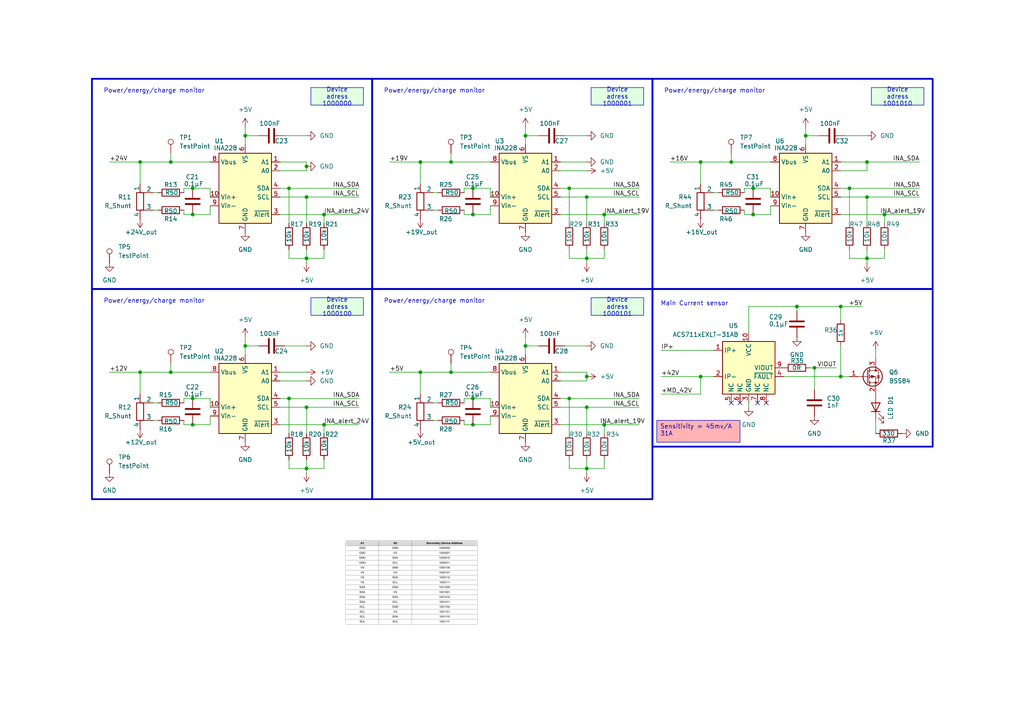
<source format=kicad_sch>
(kicad_sch (version 20231120) (generator "eeschema") (generator_version "8.0")
  (paper "A4")
  (title_block (title "Sheet Title A") (company "${COMPANY}"))
  (lib_symbols
    (symbol "Connector:TestPoint" (pin_numbers hide) (pin_names (offset 0.762) hide)
      (property "Reference" "TP" (at 0 6.858 0))
      (property "Value" "TestPoint" (at 0 5.08 0))
      (symbol "TestPoint_0_1"
        (circle (center 0 3.302) (radius 0.762))
      )
      (symbol "TestPoint_1_1"
        (pin passive line (at 0 0 90) (length 2.54) (name "1") (number "1"))
      )
    )
    (symbol "Device:C" (pin_numbers hide) (pin_names (offset 0.254))
      (property "Reference" "C" (at 0.635 2.54 0))
      (property "Value" "C" (at 0.635 -2.54 0))
      (symbol "C_0_1"
        (polyline (pts (xy -2.032 -0.762) (xy 2.032 -0.762)) (stroke (width 0.508)))
        (polyline (pts (xy -2.032 0.762) (xy 2.032 0.762)) (stroke (width 0.508)))
      )
      (symbol "C_1_1"
        (pin passive line (at 0 3.81 270) (length 2.794) (name "~") (number "1"))
        (pin passive line (at 0 -3.81 90) (length 2.794) (name "~") (number "2"))
      )
    )
    (symbol "Device:LED" (pin_numbers hide) (pin_names (offset 1.016) hide)
      (property "Reference" "D" (at 0 2.54 0))
      (property "Value" "LED" (at 0 -2.54 0))
      (symbol "LED_0_1"
        (polyline (pts (xy -1.27 -1.27) (xy -1.27 1.27)) (stroke (width 0.254)))
        (polyline (pts (xy -1.27 0) (xy 1.27 0)))
        (polyline (pts (xy 1.27 -1.27) (xy 1.27 1.27) (xy -1.27 0) (xy 1.27 -1.27)) (stroke (width 0.254)))
        (polyline (pts (xy -3.048 -0.762) (xy -4.572 -2.286) (xy -3.81 -2.286) (xy -4.572 -2.286) (xy -4.572 -1.524)))
        (polyline (pts (xy -1.778 -0.762) (xy -3.302 -2.286) (xy -2.54 -2.286) (xy -3.302 -2.286) (xy -3.302 -1.524)))
      )
      (symbol "LED_1_1"
        (pin passive line (at -3.81 0 0) (length 2.54) (name "K") (number "1"))
        (pin passive line (at 3.81 0 180) (length 2.54) (name "A") (number "2"))
      )
    )
    (symbol "Device:R" (pin_numbers hide) (pin_names (offset 0))
      (property "Reference" "R" (at 2.032 0 90))
      (property "Value" "R" (at 0 0 90))
      (symbol "R_0_1"
        (rectangle (start -1.016 -2.54) (end 1.016 2.54) (stroke (width 0.254)))
      )
      (symbol "R_1_1"
        (pin passive line (at 0 3.81 270) (length 1.27) (name "~") (number "1"))
        (pin passive line (at 0 -3.81 90) (length 1.27) (name "~") (number "2"))
      )
    )
    (symbol "Device:R_Shunt" (pin_numbers hide) (pin_names (offset 0))
      (property "Reference" "R" (at -4.445 0 90))
      (property "Value" "R_Shunt" (at -2.54 0 90))
      (symbol "R_Shunt_0_1"
        (rectangle (start -1.016 -2.54) (end 1.016 2.54) (stroke (width 0.254)))
        (polyline (pts (xy 0 -2.54) (xy 1.27 -2.54)))
        (polyline (pts (xy 1.27 2.54) (xy 0 2.54)))
      )
      (symbol "R_Shunt_1_1"
        (pin passive line (at 0 5.08 270) (length 2.54) (name "1") (number "1"))
        (pin passive line (at 3.81 2.54 180) (length 2.54) (name "2") (number "2"))
        (pin passive line (at 3.81 -2.54 180) (length 2.54) (name "3") (number "3"))
        (pin passive line (at 0 -5.08 90) (length 2.54) (name "4") (number "4"))
      )
    )
    (symbol "Sensor_Current:ACS711xEXLT-31AB"
      (property "Reference" "U" (at 8.89 6.35 0))
      (property "Value" "ACS711xEXLT-31AB" (at 8.89 3.81 0))
      (symbol "ACS711xEXLT-31AB_0_1"
        (rectangle (start -7.62 7.62) (end 7.62 -7.62) (stroke (width 0.254)) (fill (type background)))
      )
      (symbol "ACS711xEXLT-31AB_1_1"
        (pin passive line (at -10.16 5.08 0) (length 2.54) (name "IP+") (number "1"))
        (pin power_in line (at 0 10.16 270) (length 2.54) (name "VCC") (number "10"))
        (pin passive line (at -10.16 -2.54 0) (length 2.54) (name "IP-") (number "2"))
        (pin power_in line (at 0 -10.16 90) (length 2.54) (name "GND") (number "3"))
        (pin output line (at 10.16 -2.54 180) (length 2.54) (name "~{FAULT}") (number "4"))
        (pin passive line (at -5.08 -10.16 90) (length 2.54) (name "NC") (number "5"))
        (pin passive line (at -2.54 -10.16 90) (length 2.54) (name "NC") (number "6"))
        (pin passive line (at 2.54 -10.16 90) (length 2.54) (name "NC") (number "7"))
        (pin passive line (at 5.08 -10.16 90) (length 2.54) (name "NC") (number "8"))
        (pin output line (at 10.16 0 180) (length 2.54) (name "VIOUT") (number "9"))
      )
    )
    (symbol "Sensor_Energy:INA228"
      (property "Reference" "U" (at -6.35 11.43 0))
      (property "Value" "INA228" (at 3.81 11.43 0))
      (symbol "INA228_0_1"
        (rectangle (start 7.62 10.16) (end -7.62 -10.16) (stroke (width 0.254)) (fill (type background)))
      )
      (symbol "INA228_1_1"
        (pin input line (at 10.16 7.62 180) (length 2.54) (name "A1") (number "1"))
        (pin input line (at -10.16 -2.54 0) (length 2.54) (name "Vin+") (number "10"))
        (pin input line (at 10.16 5.08 180) (length 2.54) (name "A0") (number "2"))
        (pin open_collector line (at 10.16 -7.62 180) (length 2.54) (name "~{Alert}") (number "3"))
        (pin bidirectional line (at 10.16 0 180) (length 2.54) (name "SDA") (number "4"))
        (pin input line (at 10.16 -2.54 180) (length 2.54) (name "SCL") (number "5"))
        (pin power_in line (at 0 12.7 270) (length 2.54) (name "VS") (number "6"))
        (pin power_in line (at 0 -12.7 90) (length 2.54) (name "GND") (number "7"))
        (pin input line (at -10.16 7.62 0) (length 2.54) (name "Vbus") (number "8"))
        (pin input line (at -10.16 -5.08 0) (length 2.54) (name "Vin-") (number "9"))
      )
    )
    (symbol "Transistor_FET:BSS84" (pin_names hide)
      (property "Reference" "Q" (at 5.08 1.905 0))
      (property "Value" "BSS84" (at 5.08 0 0))
      (symbol "BSS84_0_1"
        (polyline (pts (xy 0.254 0) (xy -2.54 0)))
        (polyline (pts (xy 0.254 1.905) (xy 0.254 -1.905)) (stroke (width 0.254)))
        (polyline (pts (xy 0.762 -1.27) (xy 0.762 -2.286)) (stroke (width 0.254)))
        (polyline (pts (xy 0.762 0.508) (xy 0.762 -0.508)) (stroke (width 0.254)))
        (polyline (pts (xy 0.762 2.286) (xy 0.762 1.27)) (stroke (width 0.254)))
        (polyline (pts (xy 2.54 2.54) (xy 2.54 1.778)))
        (polyline (pts (xy 2.54 -2.54) (xy 2.54 0) (xy 0.762 0)))
        (polyline (pts (xy 0.762 1.778) (xy 3.302 1.778) (xy 3.302 -1.778) (xy 0.762 -1.778)))
        (polyline (pts (xy 2.286 0) (xy 1.27 0.381) (xy 1.27 -0.381) (xy 2.286 0)) (fill (type outline)))
        (polyline (pts (xy 2.794 -0.508) (xy 2.921 -0.381) (xy 3.683 -0.381) (xy 3.81 -0.254)))
        (polyline (pts (xy 3.302 -0.381) (xy 2.921 0.254) (xy 3.683 0.254) (xy 3.302 -0.381)))
        (circle (center 1.651 0) (radius 2.794) (stroke (width 0.254)))
        (circle (center 2.54 -1.778) (radius 0.254) (fill (type outline)))
        (circle (center 2.54 1.778) (radius 0.254) (fill (type outline)))
      )
      (symbol "BSS84_1_1"
        (pin input line (at -5.08 0 0) (length 2.54) (name "G") (number "1"))
        (pin passive line (at 2.54 -5.08 90) (length 2.54) (name "S") (number "2"))
        (pin passive line (at 2.54 5.08 270) (length 2.54) (name "D") (number "3"))
      )
    )
    (symbol "power:+36V" (power) (pin_numbers hide) (pin_names (offset 0) hide)
      (property "Value" "+36V" (at 0 3.556 0))
      (symbol "+36V_0_1"
        (polyline (pts (xy -0.762 1.27) (xy 0 2.54)))
        (polyline (pts (xy 0 0) (xy 0 2.54)))
        (polyline (pts (xy 0 2.54) (xy 0.762 1.27)))
      )
      (symbol "+36V_1_1"
        (pin power_in line (at 0 0 90) (length 0) (name "~") (number "1"))
      )
    )
    (symbol "power:+5V" (power) (pin_numbers hide) (pin_names (offset 0) hide)
      (property "Value" "+5V" (at 0 3.556 0))
      (symbol "+5V_0_1"
        (polyline (pts (xy -0.762 1.27) (xy 0 2.54)))
        (polyline (pts (xy 0 0) (xy 0 2.54)))
        (polyline (pts (xy 0 2.54) (xy 0.762 1.27)))
      )
      (symbol "+5V_1_1"
        (pin power_in line (at 0 0 90) (length 0) (name "~") (number "1"))
      )
    )
    (symbol "power:GND" (power) (pin_numbers hide) (pin_names (offset 0) hide)
      (property "Value" "GND" (at 0 -3.81 0))
      (symbol "GND_0_1"
        (polyline (pts (xy 0 0) (xy 0 -1.27) (xy 1.27 -1.27) (xy 0 -2.54) (xy -1.27 -1.27) (xy 0 -1.27)))
      )
      (symbol "GND_1_1"
        (pin power_in line (at 0 0 270) (length 0) (name "~") (number "1"))
      )
    )
  )
  (junction (at 246.38 54.61))
  (junction (at 231.14 88.9))
  (junction (at 83.82 54.61))
  (junction (at 55.88 123.19))
  (junction (at 236.22 106.68))
  (junction (at 152.4 100.33))
  (junction (at 88.9 74.93))
  (junction (at 121.92 46.99))
  (junction (at 137.16 62.23))
  (junction (at 71.12 100.33))
  (junction (at 40.64 107.95))
  (junction (at 40.64 46.99))
  (junction (at 121.92 107.95))
  (junction (at 170.18 135.89))
  (junction (at 93.98 62.23))
  (junction (at 203.2 109.22))
  (junction (at 165.1 115.57))
  (junction (at 137.16 123.19))
  (junction (at 152.4 39.37))
  (junction (at 170.18 118.11))
  (junction (at 212.09 46.99))
  (junction (at 233.68 39.37))
  (junction (at 88.9 118.11))
  (junction (at 170.18 109.22))
  (junction (at 49.53 46.99))
  (junction (at 256.54 62.23))
  (junction (at 55.88 115.57))
  (junction (at 88.9 57.15))
  (junction (at 165.1 54.61))
  (junction (at 93.98 123.19))
  (junction (at 137.16 54.61))
  (junction (at 218.44 62.23))
  (junction (at 175.26 123.19))
  (junction (at 49.53 107.95))
  (junction (at 88.9 135.89))
  (junction (at 55.88 62.23))
  (junction (at 130.81 46.99))
  (junction (at 251.46 74.93))
  (junction (at 175.26 62.23))
  (junction (at 130.81 107.95))
  (junction (at 218.44 54.61))
  (junction (at 88.9 48.26))
  (junction (at 137.16 115.57))
  (junction (at 83.82 115.57))
  (junction (at 251.46 46.99))
  (junction (at 243.84 109.22))
  (junction (at 55.88 54.61))
  (junction (at 203.2 46.99))
  (junction (at 71.12 39.37))
  (junction (at 170.18 57.15))
  (junction (at 170.18 74.93))
  (junction (at 243.84 88.9))
  (junction (at 251.46 57.15))
  (no_connect (at 212.09 116.84))
  (no_connect (at 222.25 116.84))
  (no_connect (at 219.71 116.84))
  (no_connect (at 214.63 116.84))
  (wire (pts (xy 170.18 118.11) (xy 185.42 118.11)))
  (wire (pts (xy 236.22 106.68) (xy 236.22 113.03)))
  (wire (pts (xy 121.92 53.34) (xy 121.92 46.99)))
  (wire (pts (xy 55.88 123.19) (xy 60.96 123.19)))
  (wire (pts (xy 162.56 107.95) (xy 170.18 107.95)))
  (wire (pts (xy 162.56 57.15) (xy 170.18 57.15)))
  (wire (pts (xy 81.28 46.99) (xy 88.9 46.99)))
  (wire (pts (xy 60.96 115.57) (xy 60.96 118.11)))
  (wire (pts (xy 215.9 54.61) (xy 218.44 54.61)))
  (wire (pts (xy 134.62 115.57) (xy 134.62 116.84)))
  (wire (pts (xy 251.46 74.93) (xy 251.46 76.2)))
  (wire (pts (xy 215.9 62.23) (xy 218.44 62.23)))
  (wire (pts (xy 231.14 88.9) (xy 243.84 88.9)))
  (wire (pts (xy 137.16 123.19) (xy 142.24 123.19)))
  (wire (pts (xy 83.82 115.57) (xy 83.82 125.73)))
  (wire (pts (xy 170.18 57.15) (xy 170.18 64.77)))
  (wire (pts (xy 71.12 39.37) (xy 74.93 39.37)))
  (wire (pts (xy 142.24 54.61) (xy 142.24 57.15)))
  (wire (pts (xy 137.16 115.57) (xy 142.24 115.57)))
  (wire (pts (xy 165.1 115.57) (xy 185.42 115.57)))
  (wire (pts (xy 88.9 57.15) (xy 88.9 64.77)))
  (wire (pts (xy 256.54 62.23) (xy 256.54 64.77)))
  (wire (pts (xy 256.54 74.93) (xy 251.46 74.93)))
  (wire (pts (xy 40.64 107.95) (xy 49.53 107.95)))
  (wire (pts (xy 53.34 62.23) (xy 55.88 62.23)))
  (wire (pts (xy 40.64 53.34) (xy 40.64 46.99)))
  (wire (pts (xy 203.2 109.22) (xy 203.2 114.3)))
  (wire (pts (xy 163.83 39.37) (xy 170.18 39.37)))
  (wire (pts (xy 170.18 135.89) (xy 170.18 137.16)))
  (wire (pts (xy 165.1 135.89) (xy 170.18 135.89)))
  (wire (pts (xy 165.1 54.61) (xy 165.1 64.77)))
  (wire (pts (xy 243.84 49.53) (xy 251.46 49.53)))
  (wire (pts (xy 81.28 123.19) (xy 93.98 123.19)))
  (wire (pts (xy 208.28 55.88) (xy 207.01 55.88)))
  (wire (pts (xy 81.28 110.49) (xy 88.9 110.49)))
  (wire (pts (xy 49.53 107.95) (xy 60.96 107.95)))
  (wire (pts (xy 256.54 62.23) (xy 266.7 62.23)))
  (wire (pts (xy 246.38 72.39) (xy 246.38 74.93)))
  (wire (pts (xy 142.24 62.23) (xy 142.24 59.69)))
  (wire (pts (xy 162.56 54.61) (xy 165.1 54.61)))
  (wire (pts (xy 137.16 54.61) (xy 142.24 54.61)))
  (wire (pts (xy 81.28 107.95) (xy 88.9 107.95)))
  (wire (pts (xy 243.84 54.61) (xy 246.38 54.61)))
  (wire (pts (xy 113.03 107.95) (xy 121.92 107.95)))
  (wire (pts (xy 223.52 62.23) (xy 223.52 59.69)))
  (wire (pts (xy 243.84 92.71) (xy 243.84 88.9)))
  (wire (pts (xy 88.9 135.89) (xy 88.9 137.16)))
  (wire (pts (xy 40.64 46.99) (xy 49.53 46.99)))
  (wire (pts (xy 127 121.92) (xy 125.73 121.92)))
  (wire (pts (xy 212.09 44.45) (xy 212.09 46.99)))
  (wire (pts (xy 71.12 100.33) (xy 71.12 102.87)))
  (wire (pts (xy 142.24 115.57) (xy 142.24 118.11)))
  (wire (pts (xy 175.26 62.23) (xy 175.26 64.77)))
  (wire (pts (xy 83.82 74.93) (xy 88.9 74.93)))
  (wire (pts (xy 130.81 107.95) (xy 142.24 107.95)))
  (wire (pts (xy 170.18 57.15) (xy 185.42 57.15)))
  (wire (pts (xy 246.38 54.61) (xy 266.7 54.61)))
  (wire (pts (xy 251.46 72.39) (xy 251.46 74.93)))
  (wire (pts (xy 93.98 72.39) (xy 93.98 74.93)))
  (wire (pts (xy 165.1 54.61) (xy 185.42 54.61)))
  (wire (pts (xy 152.4 36.83) (xy 152.4 39.37)))
  (wire (pts (xy 134.62 54.61) (xy 137.16 54.61)))
  (wire (pts (xy 121.92 46.99) (xy 130.81 46.99)))
  (wire (pts (xy 162.56 118.11) (xy 170.18 118.11)))
  (wire (pts (xy 233.68 39.37) (xy 237.49 39.37)))
  (wire (pts (xy 93.98 62.23) (xy 104.14 62.23)))
  (wire (pts (xy 170.18 109.22) (xy 170.18 107.95)))
  (wire (pts (xy 223.52 54.61) (xy 223.52 57.15)))
  (wire (pts (xy 175.26 135.89) (xy 170.18 135.89)))
  (wire (pts (xy 134.62 115.57) (xy 137.16 115.57)))
  (wire (pts (xy 245.11 39.37) (xy 251.46 39.37)))
  (wire (pts (xy 45.72 55.88) (xy 44.45 55.88)))
  (wire (pts (xy 165.1 72.39) (xy 165.1 74.93)))
  (wire (pts (xy 83.82 115.57) (xy 104.14 115.57)))
  (wire (pts (xy 175.26 72.39) (xy 175.26 74.93)))
  (wire (pts (xy 130.81 44.45) (xy 130.81 46.99)))
  (wire (pts (xy 45.72 121.92) (xy 44.45 121.92)))
  (wire (pts (xy 88.9 133.35) (xy 88.9 135.89)))
  (wire (pts (xy 130.81 105.41) (xy 130.81 107.95)))
  (wire (pts (xy 83.82 72.39) (xy 83.82 74.93)))
  (wire (pts (xy 83.82 135.89) (xy 88.9 135.89)))
  (wire (pts (xy 236.22 106.68) (xy 242.57 106.68)))
  (wire (pts (xy 81.28 115.57) (xy 83.82 115.57)))
  (wire (pts (xy 127 60.96) (xy 125.73 60.96)))
  (wire (pts (xy 113.03 46.99) (xy 121.92 46.99)))
  (wire (pts (xy 170.18 133.35) (xy 170.18 135.89)))
  (wire (pts (xy 175.26 123.19) (xy 175.26 125.73)))
  (wire (pts (xy 81.28 54.61) (xy 83.82 54.61)))
  (wire (pts (xy 215.9 54.61) (xy 215.9 55.88)))
  (wire (pts (xy 93.98 133.35) (xy 93.98 135.89)))
  (wire (pts (xy 134.62 123.19) (xy 134.62 121.92)))
  (wire (pts (xy 55.88 62.23) (xy 60.96 62.23)))
  (wire (pts (xy 55.88 115.57) (xy 60.96 115.57)))
  (wire (pts (xy 203.2 46.99) (xy 212.09 46.99)))
  (wire (pts (xy 45.72 60.96) (xy 44.45 60.96)))
  (wire (pts (xy 53.34 115.57) (xy 53.34 116.84)))
  (wire (pts (xy 53.34 115.57) (xy 55.88 115.57)))
  (wire (pts (xy 251.46 57.15) (xy 251.46 64.77)))
  (wire (pts (xy 175.26 62.23) (xy 185.42 62.23)))
  (wire (pts (xy 162.56 123.19) (xy 175.26 123.19)))
  (wire (pts (xy 203.2 109.22) (xy 207.01 109.22)))
  (wire (pts (xy 152.4 39.37) (xy 152.4 41.91)))
  (wire (pts (xy 170.18 72.39) (xy 170.18 74.93)))
  (wire (pts (xy 152.4 100.33) (xy 152.4 102.87)))
  (wire (pts (xy 162.56 115.57) (xy 165.1 115.57)))
  (wire (pts (xy 31.75 107.95) (xy 40.64 107.95)))
  (wire (pts (xy 217.17 118.11) (xy 217.17 116.84)))
  (wire (pts (xy 88.9 135.89) (xy 93.98 135.89)))
  (wire (pts (xy 88.9 72.39) (xy 88.9 74.93)))
  (wire (pts (xy 212.09 46.99) (xy 223.52 46.99)))
  (wire (pts (xy 243.84 100.33) (xy 243.84 109.22)))
  (wire (pts (xy 60.96 54.61) (xy 60.96 57.15)))
  (wire (pts (xy 93.98 123.19) (xy 104.14 123.19)))
  (wire (pts (xy 243.84 88.9) (xy 250.19 88.9)))
  (wire (pts (xy 81.28 118.11) (xy 88.9 118.11)))
  (wire (pts (xy 152.4 100.33) (xy 156.21 100.33)))
  (wire (pts (xy 88.9 74.93) (xy 88.9 76.2)))
  (wire (pts (xy 218.44 54.61) (xy 223.52 54.61)))
  (wire (pts (xy 40.64 114.3) (xy 40.64 107.95)))
  (wire (pts (xy 254 121.92) (xy 254 125.73)))
  (wire (pts (xy 137.16 62.23) (xy 142.24 62.23)))
  (wire (pts (xy 53.34 54.61) (xy 55.88 54.61)))
  (wire (pts (xy 83.82 133.35) (xy 83.82 135.89)))
  (wire (pts (xy 88.9 118.11) (xy 104.14 118.11)))
  (wire (pts (xy 71.12 97.79) (xy 71.12 100.33)))
  (wire (pts (xy 234.95 106.68) (xy 236.22 106.68)))
  (wire (pts (xy 88.9 49.53) (xy 88.9 48.26)))
  (wire (pts (xy 88.9 118.11) (xy 88.9 125.73)))
  (wire (pts (xy 233.68 36.83) (xy 233.68 39.37)))
  (wire (pts (xy 165.1 74.93) (xy 170.18 74.93)))
  (wire (pts (xy 165.1 133.35) (xy 165.1 135.89)))
  (wire (pts (xy 243.84 46.99) (xy 251.46 46.99)))
  (wire (pts (xy 127 116.84) (xy 125.73 116.84)))
  (wire (pts (xy 251.46 46.99) (xy 251.46 49.53)))
  (wire (pts (xy 191.77 109.22) (xy 203.2 109.22)))
  (wire (pts (xy 130.81 46.99) (xy 142.24 46.99)))
  (wire (pts (xy 163.83 100.33) (xy 170.18 100.33)))
  (wire (pts (xy 162.56 62.23) (xy 175.26 62.23)))
  (wire (pts (xy 134.62 62.23) (xy 137.16 62.23)))
  (wire (pts (xy 243.84 62.23) (xy 256.54 62.23)))
  (wire (pts (xy 81.28 62.23) (xy 93.98 62.23)))
  (wire (pts (xy 243.84 109.22) (xy 246.38 109.22)))
  (wire (pts (xy 162.56 110.49) (xy 170.18 110.49)))
  (wire (pts (xy 170.18 74.93) (xy 170.18 76.2)))
  (wire (pts (xy 55.88 54.61) (xy 60.96 54.61)))
  (wire (pts (xy 53.34 123.19) (xy 55.88 123.19)))
  (wire (pts (xy 246.38 54.61) (xy 246.38 64.77)))
  (wire (pts (xy 88.9 74.93) (xy 93.98 74.93)))
  (wire (pts (xy 49.53 46.99) (xy 60.96 46.99)))
  (wire (pts (xy 191.77 101.6) (xy 207.01 101.6)))
  (wire (pts (xy 121.92 114.3) (xy 121.92 107.95)))
  (wire (pts (xy 231.14 88.9) (xy 231.14 90.17)))
  (wire (pts (xy 208.28 60.96) (xy 207.01 60.96)))
  (wire (pts (xy 251.46 46.99) (xy 266.7 46.99)))
  (wire (pts (xy 217.17 88.9) (xy 217.17 96.52)))
  (wire (pts (xy 215.9 62.23) (xy 215.9 60.96)))
  (wire (pts (xy 127 55.88) (xy 125.73 55.88)))
  (wire (pts (xy 152.4 97.79) (xy 152.4 100.33)))
  (wire (pts (xy 175.26 74.93) (xy 170.18 74.93)))
  (wire (pts (xy 251.46 57.15) (xy 266.7 57.15)))
  (wire (pts (xy 227.33 109.22) (xy 243.84 109.22)))
  (wire (pts (xy 194.31 46.99) (xy 203.2 46.99)))
  (wire (pts (xy 203.2 53.34) (xy 203.2 46.99)))
  (wire (pts (xy 88.9 48.26) (xy 88.9 46.99)))
  (wire (pts (xy 82.55 39.37) (xy 88.9 39.37)))
  (wire (pts (xy 175.26 133.35) (xy 175.26 135.89)))
  (wire (pts (xy 254 101.6) (xy 254 104.14)))
  (wire (pts (xy 83.82 54.61) (xy 83.82 64.77)))
  (wire (pts (xy 170.18 110.49) (xy 170.18 109.22)))
  (wire (pts (xy 191.77 114.3) (xy 203.2 114.3)))
  (wire (pts (xy 243.84 57.15) (xy 251.46 57.15)))
  (wire (pts (xy 142.24 123.19) (xy 142.24 120.65)))
  (wire (pts (xy 60.96 62.23) (xy 60.96 59.69)))
  (wire (pts (xy 218.44 62.23) (xy 223.52 62.23)))
  (wire (pts (xy 71.12 36.83) (xy 71.12 39.37)))
  (wire (pts (xy 53.34 123.19) (xy 53.34 121.92)))
  (wire (pts (xy 49.53 105.41) (xy 49.53 107.95)))
  (wire (pts (xy 175.26 123.19) (xy 185.42 123.19)))
  (wire (pts (xy 134.62 62.23) (xy 134.62 60.96)))
  (wire (pts (xy 121.92 107.95) (xy 130.81 107.95)))
  (wire (pts (xy 217.17 88.9) (xy 231.14 88.9)))
  (wire (pts (xy 256.54 72.39) (xy 256.54 74.93)))
  (wire (pts (xy 83.82 54.61) (xy 104.14 54.61)))
  (wire (pts (xy 165.1 115.57) (xy 165.1 125.73)))
  (wire (pts (xy 93.98 123.19) (xy 93.98 125.73)))
  (wire (pts (xy 170.18 118.11) (xy 170.18 125.73)))
  (wire (pts (xy 93.98 62.23) (xy 93.98 64.77)))
  (wire (pts (xy 246.38 74.93) (xy 251.46 74.93)))
  (wire (pts (xy 152.4 39.37) (xy 156.21 39.37)))
  (wire (pts (xy 81.28 57.15) (xy 88.9 57.15)))
  (wire (pts (xy 81.28 49.53) (xy 88.9 49.53)))
  (wire (pts (xy 53.34 62.23) (xy 53.34 60.96)))
  (wire (pts (xy 53.34 54.61) (xy 53.34 55.88)))
  (wire (pts (xy 45.72 116.84) (xy 44.45 116.84)))
  (wire (pts (xy 134.62 54.61) (xy 134.62 55.88)))
  (wire (pts (xy 71.12 39.37) (xy 71.12 41.91)))
  (wire (pts (xy 134.62 123.19) (xy 137.16 123.19)))
  (wire (pts (xy 82.55 100.33) (xy 88.9 100.33)))
  (wire (pts (xy 233.68 39.37) (xy 233.68 41.91)))
  (wire (pts (xy 31.75 46.99) (xy 40.64 46.99)))
  (wire (pts (xy 71.12 100.33) (xy 74.93 100.33)))
  (wire (pts (xy 49.53 44.45) (xy 49.53 46.99)))
  (wire (pts (xy 162.56 49.53) (xy 170.18 49.53)))
  (wire (pts (xy 88.9 57.15) (xy 104.14 57.15)))
  (wire (pts (xy 162.56 46.99) (xy 170.18 46.99)))
  (wire (pts (xy 60.96 123.19) (xy 60.96 120.65)))
  (rectangle (start 26.67 83.82) (end 107.95 144.78) (stroke (width 0.508)))
  (rectangle (start 26.67 22.86) (end 107.95 83.82) (stroke (width 0.508)))
  (rectangle (start 107.95 22.86) (end 189.23 83.82) (stroke (width 0.508)))
  (rectangle (start 189.23 83.82) (end 270.51 129.54) (stroke (width 0.508)))
  (rectangle (start 189.23 22.86) (end 270.51 83.82) (stroke (width 0.508)))
  (rectangle (start 107.95 83.82) (end 189.23 144.78) (stroke (width 0.508)))
  (image (at 119.38 168.91) (scale 0.121405))
  (text_box "Device adress\n1000001\n" (at 171.45 25.4 0) (size 15.24 5.08) (fill (type color) (color 0 255 0 0.12)) (effects (font (size 1.27 1.27))))
  (text_box "Device adress\n1000101\n" (at 171.45 86.36 0) (size 15.24 5.08) (fill (type color) (color 0 255 0 0.12)) (effects (font (size 1.27 1.27))))
  (text_box "Sensitivity = 45mv/A\n31A " (at 190.5 121.92 0) (size 24.13 6.35) (fill (type color) (color 255 0 0 0.3)) (effects (font (size 1.27 1.27)) (justify left top)))
  (text_box "Device adress\n1001010\n" (at 252.73 25.4 0) (size 15.24 5.08) (fill (type color) (color 0 255 0 0.12)) (effects (font (size 1.27 1.27))))
  (text_box "Device adress\n1000000" (at 90.17 25.4 0) (size 15.24 5.08) (fill (type color) (color 0 255 0 0.12)) (effects (font (size 1.27 1.27))))
  (text_box "Device adress\n1000100\n" (at 90.17 86.36 0) (size 15.24 5.08) (fill (type color) (color 0 255 0 0.12)) (effects (font (size 1.27 1.27))))
  (text "Power/energy/charge monitor\n" (at 125.984 87.376 0) (effects (font (size 1.27 1.27))))
  (text "Power/energy/charge monitor\n" (at 125.984 26.416 0) (effects (font (size 1.27 1.27))))
  (text "Power/energy/charge monitor\n" (at 207.264 26.416 0) (effects (font (size 1.27 1.27))))
  (text "Power/energy/charge monitor\n" (at 44.704 87.376 0) (effects (font (size 1.27 1.27))))
  (text "Power/energy/charge monitor\n" (at 44.704 26.416 0) (effects (font (size 1.27 1.27))))
  (text "Main Current sensor\n" (at 201.422 88.138 0) (effects (font (size 1.27 1.27))))
  (label "+19V" (at 113.03 46.99 0))
  (label "INA_SDA" (at 177.8 115.57 0))
  (label "INA_alert_19V" (at 175.26 62.23 0))
  (label "INA_SDA" (at 259.08 54.61 0))
  (label "INA_SDA" (at 96.52 54.61 0))
  (label "INA_SCL" (at 177.8 118.11 0))
  (label "INA_alert_19V" (at 173.99 123.19 0))
  (label "INA_SCL" (at 259.08 57.15 0))
  (label "INA_SCL" (at 96.52 118.11 0))
  (label "VIOUT" (at 242.57 106.68 180))
  (label "INA_SCL" (at 96.52 57.15 0))
  (label "+12V" (at 31.75 107.95 0))
  (label "INA_alert_24V" (at 93.98 62.23 0))
  (label "IP+" (at 191.77 101.6 0))
  (label "+16V" (at 194.31 46.99 0))
  (label "INA_SDA" (at 177.8 54.61 0))
  (label "+MD_42V" (at 191.77 114.3 0))
  (label "+42V" (at 191.77 109.22 0))
  (label "INA_alert_19V" (at 255.27 62.23 0))
  (label "INA_SCL" (at 177.8 57.15 0))
  (label "INA_alert_24V" (at 93.98 123.19 0))
  (label "+5V" (at 250.19 88.9 180))
  (label "+24V" (at 31.75 46.99 0))
  (label "INA_SDA" (at 266.7 46.99 180))
  (label "+5V" (at 113.03 107.95 0))
  (label "INA_SDA" (at 96.52 115.57 0))
  (symbol (lib_id "Device:R") (at 170.18 129.54 0) (unit 1)
    (property "Reference" "R32" (at 170.18 125.984 0) (effects (justify left)))
    (property "Value" "10k" (at 170.18 131.318 90) (effects (justify left)))
    (property "Footprint" "Resistor_SMD:R_0603_1608Metric_Pad0.98x0.95mm_HandSolder" (effects (hide yes)))
    (property "Description" "Resistor" (effects (hide yes)))
  )
  (symbol (lib_id "Device:R") (at 49.53 55.88 90) (unit 1)
    (property "Reference" "R13" (at 49.53 53.594 90))
    (property "Value" "R50" (at 49.784 55.88 90))
    (property "Footprint" "Resistor_SMD:R_0603_1608Metric_Pad0.98x0.95mm_HandSolder" (effects (hide yes)))
    (property "Description" "Resistor" (effects (hide yes)))
  )
  (symbol (lib_id "Device:R") (at 130.81 121.92 90) (unit 1)
    (property "Reference" "R28" (at 129.286 124.46 90))
    (property "Value" "R50" (at 130.81 122.174 90))
    (property "Footprint" "Resistor_SMD:R_0603_1608Metric_Pad0.98x0.95mm_HandSolder" (effects (hide yes)))
    (property "Description" "Resistor" (effects (hide yes)))
  )
  (symbol (lib_id "power:GND") (at 71.12 128.27 0) (unit 1)
    (property "Reference" "#PWR030" (effects (hide yes)))
    (property "Value" "GND" (at 71.12 133.35 0))
    (property "Description" "Power symbol creates a global label with name \"GND\" , ground" (effects (hide yes)))
  )
  (symbol (lib_id "Device:R") (at 88.9 129.54 0) (unit 1)
    (property "Reference" "R20" (at 89.408 125.984 0) (effects (justify left)))
    (property "Value" "10k" (at 88.9 131.318 90) (effects (justify left)))
    (property "Footprint" "Resistor_SMD:R_0603_1608Metric_Pad0.98x0.95mm_HandSolder" (effects (hide yes)))
    (property "Description" "Resistor" (effects (hide yes)))
  )
  (symbol (lib_id "Device:R") (at 49.53 116.84 90) (unit 1)
    (property "Reference" "R15" (at 48.006 114.554 90))
    (property "Value" "R50" (at 49.784 116.84 90))
    (property "Footprint" "Resistor_SMD:R_0603_1608Metric_Pad0.98x0.95mm_HandSolder" (effects (hide yes)))
    (property "Description" "Resistor" (effects (hide yes)))
  )
  (symbol (lib_id "power:+5V") (at 152.4 97.79 0) (unit 1)
    (property "Reference" "#PWR039" (effects (hide yes)))
    (property "Value" "+5V" (at 152.4 92.71 0))
    (property "Description" "Power symbol creates a global label with name \"+5V\"" (effects (hide yes)))
  )
  (symbol (lib_id "power:GND") (at 71.12 67.31 0) (unit 1)
    (property "Reference" "#PWR028" (effects (hide yes)))
    (property "Value" "GND" (at 71.12 72.39 0))
    (property "Description" "Power symbol creates a global label with name \"GND\" , ground" (effects (hide yes)))
  )
  (symbol (lib_id "power:+5V") (at 71.12 36.83 0) (unit 1)
    (property "Reference" "#PWR027" (effects (hide yes)))
    (property "Value" "+5V" (at 71.12 31.75 0))
    (property "Description" "Power symbol creates a global label with name \"+5V\"" (effects (hide yes)))
  )
  (symbol (lib_id "power:+5V") (at 88.9 107.95 270) (unit 1)
    (property "Reference" "#PWR070" (effects (hide yes)))
    (property "Value" "+5V" (at 92.71 107.9499 90) (effects (justify left)))
    (property "Description" "Power symbol creates a global label with name \"+5V\"" (effects (hide yes)))
  )
  (symbol (lib_id "Device:R") (at 88.9 68.58 0) (unit 1)
    (property "Reference" "R19" (at 89.408 65.024 0) (effects (justify left)))
    (property "Value" "10k" (at 88.9 70.358 90) (effects (justify left)))
    (property "Footprint" "Resistor_SMD:R_0603_1608Metric_Pad0.98x0.95mm_HandSolder" (effects (hide yes)))
    (property "Description" "Resistor" (effects (hide yes)))
  )
  (symbol (lib_id "Device:C") (at 231.14 93.98 0) (unit 1)
    (property "Reference" "C29" (at 223.012 91.948 0) (effects (justify left)))
    (property "Value" "0.1µF" (at 223.012 93.98 0) (effects (justify left)))
    (property "Description" "Unpolarized capacitor" (effects (hide yes)))
  )
  (symbol (lib_id "power:+5V") (at 71.12 97.79 0) (unit 1)
    (property "Reference" "#PWR029" (effects (hide yes)))
    (property "Value" "+5V" (at 71.12 92.71 0))
    (property "Description" "Power symbol creates a global label with name \"+5V\"" (effects (hide yes)))
  )
  (symbol (lib_id "power:+5V") (at 152.4 36.83 0) (unit 1)
    (property "Reference" "#PWR037" (effects (hide yes)))
    (property "Value" "+5V" (at 152.4 31.75 0))
    (property "Description" "Power symbol creates a global label with name \"+5V\"" (effects (hide yes)))
  )
  (symbol (lib_id "power:GND") (at 236.22 120.65 0) (unit 1)
    (property "Reference" "#PWR047" (effects (hide yes)))
    (property "Value" "GND" (at 236.22 125.73 0))
    (property "Description" "Power symbol creates a global label with name \"GND\" , ground" (effects (hide yes)))
  )
  (symbol (lib_id "Connector:TestPoint") (at 212.09 44.45 0) (unit 1)
    (property "Reference" "TP7" (at 214.63 39.8779 0) (effects (justify left)))
    (property "Value" "TestPoint" (at 214.63 42.4179 0) (effects (justify left)))
    (property "Footprint" "TestPoint:TestPoint_Loop_D2.54mm_Drill1.5mm_Beaded" (effects (hide yes)))
    (property "Description" "test point" (effects (hide yes)))
  )
  (symbol (lib_id "Device:R") (at 165.1 68.58 0) (unit 1)
    (property "Reference" "R29" (at 165.1 65.024 0) (effects (justify left)))
    (property "Value" "10k" (at 165.1 70.358 90) (effects (justify left)))
    (property "Footprint" "Resistor_SMD:R_0603_1608Metric_Pad0.98x0.95mm_HandSolder" (effects (hide yes)))
    (property "Description" "Resistor" (effects (hide yes)))
  )
  (symbol (lib_id "Connector:TestPoint") (at 49.53 105.41 0) (unit 1)
    (property "Reference" "TP2" (at 52.07 100.8379 0) (effects (justify left)))
    (property "Value" "TestPoint" (at 52.07 103.3779 0) (effects (justify left)))
    (property "Footprint" "TestPoint:TestPoint_Loop_D2.54mm_Drill1.5mm_Beaded" (effects (hide yes)))
    (property "Description" "test point" (effects (hide yes)))
  )
  (symbol (lib_id "power:+36V") (at 121.92 63.5 180) (unit 1)
    (property "Reference" "#PWR035" (effects (hide yes)))
    (property "Value" "+19V_out" (at 122.174 67.31 0))
    (property "Description" "Power symbol creates a global label with name \"+36V\"" (effects (hide yes)))
  )
  (symbol (lib_id "Device:R_Shunt") (at 203.2 58.42 0) (unit 1)
    (property "Reference" "R44" (at 200.66 57.1499 0) (effects (justify right)))
    (property "Value" "R_Shunt" (at 200.66 59.6899 0) (effects (justify right)))
    (property "Description" "Shunt resistor" (effects (hide yes)))
  )
  (symbol (lib_id "Device:R_Shunt") (at 40.64 119.38 0) (unit 1)
    (property "Reference" "R12" (at 38.1 118.1099 0) (effects (justify right)))
    (property "Value" "R_Shunt" (at 38.1 120.6499 0) (effects (justify right)))
    (property "Description" "Shunt resistor" (effects (hide yes)))
  )
  (symbol (lib_id "Device:R") (at 93.98 68.58 0) (unit 1)
    (property "Reference" "R21" (at 94.234 65.024 0) (effects (justify left)))
    (property "Value" "10k" (at 93.98 70.104 90) (effects (justify left)))
    (property "Footprint" "Resistor_SMD:R_0603_1608Metric_Pad0.98x0.95mm_HandSolder" (effects (hide yes)))
    (property "Description" "Resistor" (effects (hide yes)))
  )
  (symbol (lib_id "Sensor_Energy:INA228") (at 233.68 54.61 0) (unit 1)
    (property "Reference" "U6" (at 224.79 40.894 0) (effects (justify left)))
    (property "Value" "INA228" (at 224.536 42.926 0) (effects (justify left)))
    (property "Footprint" "Package_SO:VSSOP-10_3x3mm_P0.5mm" (effects (hide yes)))
    (property "Datasheet" "https://www.ti.com/lit/ds/symlink/ina228.pdf" (effects (hide yes)))
    (property "Description" "High-Side or Low-Side Measurement, Bi-Directional Current and Power Monitor (0-85V) with I2C, SMBus-, and PMBus-Compatible Interface, VSSOP-10" (effects (hide yes)))
  )
  (symbol (lib_id "Sensor_Energy:INA228") (at 152.4 115.57 0) (unit 1)
    (property "Reference" "U4" (at 143.51 101.854 0) (effects (justify left)))
    (property "Value" "INA228" (at 143.256 103.886 0) (effects (justify left)))
    (property "Footprint" "Package_SO:VSSOP-10_3x3mm_P0.5mm" (effects (hide yes)))
    (property "Datasheet" "https://www.ti.com/lit/ds/symlink/ina228.pdf" (effects (hide yes)))
    (property "Description" "High-Side or Low-Side Measurement, Bi-Directional Current and Power Monitor (0-85V) with I2C, SMBus-, and PMBus-Compatible Interface, VSSOP-10" (effects (hide yes)))
  )
  (symbol (lib_id "Device:C") (at 137.16 58.42 0) (unit 1)
    (property "Reference" "C25" (at 135.128 51.308 0) (effects (justify left)))
    (property "Value" "0.1µF" (at 134.62 53.34 0) (effects (justify left)))
    (property "Description" "Unpolarized capacitor" (effects (hide yes)))
  )
  (symbol (lib_id "power:GND") (at 88.9 48.26 90) (unit 1)
    (property "Reference" "#PWR031" (effects (hide yes)))
    (property "Value" "GND" (at 92.71 48.2599 90) (effects (justify right)))
    (property "Description" "Power symbol creates a global label with name \"GND\" , ground" (effects (hide yes)))
  )
  (symbol (lib_id "power:+5V") (at 251.46 76.2 180) (unit 1)
    (property "Reference" "#PWR078" (effects (hide yes)))
    (property "Value" "+5V" (at 251.46 81.28 0))
    (property "Description" "Power symbol creates a global label with name \"+5V\"" (effects (hide yes)))
  )
  (symbol (lib_id "power:GND") (at 170.18 39.37 90) (unit 1)
    (property "Reference" "#PWR068" (effects (hide yes)))
    (property "Value" "GND" (at 173.99 39.3699 90) (effects (justify right)))
    (property "Description" "Power symbol creates a global label with name \"GND\" , ground" (effects (hide yes)))
  )
  (symbol (lib_id "power:+5V") (at 170.18 76.2 180) (unit 1)
    (property "Reference" "#PWR041" (effects (hide yes)))
    (property "Value" "+5V" (at 170.18 81.28 0))
    (property "Description" "Power symbol creates a global label with name \"+5V\"" (effects (hide yes)))
  )
  (symbol (lib_id "Device:C") (at 236.22 116.84 0) (unit 1)
    (property "Reference" "C30" (at 239.776 115.57 0) (effects (justify left)))
    (property "Value" "1nF" (at 239.776 117.602 0) (effects (justify left)))
    (property "Description" "Unpolarized capacitor" (effects (hide yes)))
  )
  (symbol (lib_id "Device:R_Shunt") (at 121.92 58.42 0) (unit 1)
    (property "Reference" "R23" (at 119.38 57.1499 0) (effects (justify right)))
    (property "Value" "R_Shunt" (at 119.38 59.6899 0) (effects (justify right)))
    (property "Description" "Shunt resistor" (effects (hide yes)))
  )
  (symbol (lib_id "Connector:TestPoint") (at 49.53 44.45 0) (unit 1)
    (property "Reference" "TP1" (at 52.07 39.8779 0) (effects (justify left)))
    (property "Value" "TestPoint" (at 52.07 42.4179 0) (effects (justify left)))
    (property "Footprint" "TestPoint:TestPoint_Loop_D2.54mm_Drill1.5mm_Beaded" (effects (hide yes)))
    (property "Description" "test point" (effects (hide yes)))
  )
  (symbol (lib_id "Device:R") (at 231.14 106.68 90) (unit 1)
    (property "Reference" "R35" (at 233.172 104.648 90) (effects (justify left)))
    (property "Value" "0R" (at 232.41 106.68 90) (effects (justify left)))
    (property "Footprint" "Resistor_SMD:R_0603_1608Metric_Pad0.98x0.95mm_HandSolder" (effects (hide yes)))
    (property "Description" "Resistor" (effects (hide yes)))
  )
  (symbol (lib_id "power:GND") (at 251.46 39.37 90) (unit 1)
    (property "Reference" "#PWR076" (effects (hide yes)))
    (property "Value" "GND" (at 255.27 39.3699 90) (effects (justify right)))
    (property "Description" "Power symbol creates a global label with name \"GND\" , ground" (effects (hide yes)))
  )
  (symbol (lib_id "Sensor_Current:ACS711xEXLT-31AB") (at 217.17 106.68 0) (unit 1)
    (property "Reference" "U5" (at 211.328 94.488 0) (effects (justify left)))
    (property "Value" "ACS711xEXLT-31AB" (at 195.072 97.028 0) (effects (justify left)))
    (property "Footprint" "Sensor_Current:Allegro_QFN-12-10-1EP_3x3mm_P0.5mm" (effects (hide yes)))
    (property "Datasheet" "http://www.allegromicro.com/~/Media/Files/Datasheets/ACS711-Datasheet.ashx" (effects (hide yes)))
    (property "Description" "±31A Bidirectional, Hall-Effect Current Sensor, +3.3V supply, 45mV/A, QFN-12" (effects (hide yes)))
  )
  (symbol (lib_id "power:GND") (at 152.4 67.31 0) (unit 1)
    (property "Reference" "#PWR038" (effects (hide yes)))
    (property "Value" "GND" (at 152.4 72.39 0))
    (property "Description" "Power symbol creates a global label with name \"GND\" , ground" (effects (hide yes)))
  )
  (symbol (lib_id "Device:R_Shunt") (at 40.64 58.42 0) (unit 1)
    (property "Reference" "R11" (at 38.1 57.1499 0) (effects (justify right)))
    (property "Value" "R_Shunt" (at 38.1 59.6899 0) (effects (justify right)))
    (property "Description" "Shunt resistor" (effects (hide yes)))
  )
  (symbol (lib_id "Device:R") (at 130.81 55.88 90) (unit 1)
    (property "Reference" "R25" (at 129.286 53.594 90))
    (property "Value" "R50" (at 131.064 55.88 90))
    (property "Footprint" "Resistor_SMD:R_0603_1608Metric_Pad0.98x0.95mm_HandSolder" (effects (hide yes)))
    (property "Description" "Resistor" (effects (hide yes)))
  )
  (symbol (lib_id "Device:R") (at 212.09 55.88 90) (unit 1)
    (property "Reference" "R45" (at 210.566 53.594 90))
    (property "Value" "R50" (at 212.344 55.88 90))
    (property "Footprint" "Resistor_SMD:R_0603_1608Metric_Pad0.98x0.95mm_HandSolder" (effects (hide yes)))
    (property "Description" "Resistor" (effects (hide yes)))
  )
  (symbol (lib_id "Device:R") (at 256.54 68.58 0) (unit 1)
    (property "Reference" "R49" (at 257.048 65.024 0) (effects (justify left)))
    (property "Value" "10k" (at 256.54 70.358 90) (effects (justify left)))
    (property "Footprint" "Resistor_SMD:R_0603_1608Metric_Pad0.98x0.95mm_HandSolder" (effects (hide yes)))
    (property "Description" "Resistor" (effects (hide yes)))
  )
  (symbol (lib_id "Transistor_FET:BSS84") (at 251.46 109.22 0) (unit 1)
    (property "Reference" "Q6" (at 257.81 107.9499 0) (effects (justify left)))
    (property "Value" "BSS84" (at 257.81 110.4899 0) (effects (justify left)))
    (property "Footprint" "Package_TO_SOT_SMD:SOT-23" (effects (hide yes)))
    (property "Datasheet" "http://assets.nexperia.com/documents/data-sheet/BSS84.pdf" (effects (hide yes)))
    (property "Description" "-0.13A Id, -50V Vds, P-Channel MOSFET, SOT-23" (effects (hide yes)))
  )
  (symbol (lib_id "Device:C") (at 160.02 39.37 90) (unit 1)
    (property "Reference" "C27" (at 164.846 40.894 90) (effects (justify left)))
    (property "Value" "100nF" (at 162.56 35.814 90) (effects (justify left)))
    (property "Footprint" "Capacitor_SMD:C_0603_1608Metric_Pad1.08x0.95mm_HandSolder" (effects (hide yes)))
    (property "Description" "Unpolarized capacitor" (effects (hide yes)))
  )
  (symbol (lib_id "Device:C") (at 160.02 100.33 90) (unit 1)
    (property "Reference" "C28" (at 164.846 101.854 90) (effects (justify left)))
    (property "Value" "100nF" (at 162.56 96.774 90) (effects (justify left)))
    (property "Footprint" "Capacitor_SMD:C_0603_1608Metric_Pad1.08x0.95mm_HandSolder" (effects (hide yes)))
    (property "Description" "Unpolarized capacitor" (effects (hide yes)))
  )
  (symbol (lib_id "Device:C") (at 78.74 100.33 90) (unit 1)
    (property "Reference" "C24" (at 83.566 101.854 90) (effects (justify left)))
    (property "Value" "100nF" (at 81.28 96.774 90) (effects (justify left)))
    (property "Footprint" "Capacitor_SMD:C_0603_1608Metric_Pad1.08x0.95mm_HandSolder" (effects (hide yes)))
    (property "Description" "Unpolarized capacitor" (effects (hide yes)))
  )
  (symbol (lib_id "Device:C") (at 55.88 119.38 0) (unit 1)
    (property "Reference" "C22" (at 53.848 112.268 0) (effects (justify left)))
    (property "Value" "0.1µF" (at 53.34 114.3 0) (effects (justify left)))
    (property "Description" "Unpolarized capacitor" (effects (hide yes)))
  )
  (symbol (lib_id "Device:C") (at 137.16 119.38 0) (unit 1)
    (property "Reference" "C26" (at 135.128 112.268 0) (effects (justify left)))
    (property "Value" "0.1µF" (at 134.62 114.3 0) (effects (justify left)))
    (property "Description" "Unpolarized capacitor" (effects (hide yes)))
  )
  (symbol (lib_id "power:GND") (at 261.62 125.73 90) (unit 1)
    (property "Reference" "#PWR049" (effects (hide yes)))
    (property "Value" "GND" (at 265.43 125.7299 90) (effects (justify right)))
    (property "Description" "Power symbol creates a global label with name \"GND\" , ground" (effects (hide yes)))
  )
  (symbol (lib_id "power:+5V") (at 170.18 109.22 270) (unit 1)
    (property "Reference" "#PWR033" (effects (hide yes)))
    (property "Value" "+5V" (at 173.99 109.2199 90) (effects (justify left)))
    (property "Description" "Power symbol creates a global label with name \"+5V\"" (effects (hide yes)))
  )
  (symbol (lib_id "power:+36V") (at 40.64 124.46 180) (unit 1)
    (property "Reference" "#PWR077" (effects (hide yes)))
    (property "Value" "+12V_out" (at 40.894 128.27 0))
    (property "Description" "Power symbol creates a global label with name \"+36V\"" (effects (hide yes)))
  )
  (symbol (lib_id "power:+36V") (at 203.2 63.5 180) (unit 1)
    (property "Reference" "#PWR073" (effects (hide yes)))
    (property "Value" "+16V_out" (at 203.454 67.31 0))
    (property "Description" "Power symbol creates a global label with name \"+36V\"" (effects (hide yes)))
  )
  (symbol (lib_id "power:+5V") (at 254 101.6 0) (unit 1)
    (property "Reference" "#PWR048" (effects (hide yes)))
    (property "Value" "+5V" (at 254 96.52 0))
    (property "Description" "Power symbol creates a global label with name \"+5V\"" (effects (hide yes)))
  )
  (symbol (lib_id "Connector:TestPoint") (at 130.81 44.45 0) (unit 1)
    (property "Reference" "TP3" (at 133.35 39.8779 0) (effects (justify left)))
    (property "Value" "TestPoint" (at 133.35 42.4179 0) (effects (justify left)))
    (property "Footprint" "TestPoint:TestPoint_Loop_D2.54mm_Drill1.5mm_Beaded" (effects (hide yes)))
    (property "Description" "test point" (effects (hide yes)))
  )
  (symbol (lib_id "power:+36V") (at 121.92 124.46 180) (unit 1)
    (property "Reference" "#PWR036" (effects (hide yes)))
    (property "Value" "+5V_out" (at 122.174 128.27 0))
    (property "Description" "Power symbol creates a global label with name \"+36V\"" (effects (hide yes)))
  )
  (symbol (lib_id "power:GND") (at 217.17 118.11 0) (unit 1)
    (property "Reference" "#PWR045" (effects (hide yes)))
    (property "Value" "GND" (at 217.17 123.19 0))
    (property "Description" "Power symbol creates a global label with name \"GND\" , ground" (effects (hide yes)))
  )
  (symbol (lib_id "power:GND") (at 152.4 128.27 0) (unit 1)
    (property "Reference" "#PWR040" (effects (hide yes)))
    (property "Value" "GND" (at 152.4 133.35 0))
    (property "Description" "Power symbol creates a global label with name \"GND\" , ground" (effects (hide yes)))
  )
  (symbol (lib_id "Sensor_Energy:INA228") (at 152.4 54.61 0) (unit 1)
    (property "Reference" "U3" (at 143.51 40.894 0) (effects (justify left)))
    (property "Value" "INA228" (at 143.256 42.926 0) (effects (justify left)))
    (property "Footprint" "Package_SO:VSSOP-10_3x3mm_P0.5mm" (effects (hide yes)))
    (property "Datasheet" "https://www.ti.com/lit/ds/symlink/ina228.pdf" (effects (hide yes)))
    (property "Description" "High-Side or Low-Side Measurement, Bi-Directional Current and Power Monitor (0-85V) with I2C, SMBus-, and PMBus-Compatible Interface, VSSOP-10" (effects (hide yes)))
  )
  (symbol (lib_id "Device:R") (at 246.38 68.58 0) (unit 1)
    (property "Reference" "R47" (at 246.38 65.024 0) (effects (justify left)))
    (property "Value" "10k" (at 246.38 70.358 90) (effects (justify left)))
    (property "Footprint" "Resistor_SMD:R_0603_1608Metric_Pad0.98x0.95mm_HandSolder" (effects (hide yes)))
    (property "Description" "Resistor" (effects (hide yes)))
  )
  (symbol (lib_id "Device:R") (at 251.46 68.58 0) (unit 1)
    (property "Reference" "R48" (at 251.46 65.024 0) (effects (justify left)))
    (property "Value" "10k" (at 251.46 70.358 90) (effects (justify left)))
    (property "Footprint" "Resistor_SMD:R_0603_1608Metric_Pad0.98x0.95mm_HandSolder" (effects (hide yes)))
    (property "Description" "Resistor" (effects (hide yes)))
  )
  (symbol (lib_id "power:+5V") (at 88.9 137.16 180) (unit 1)
    (property "Reference" "#PWR034" (effects (hide yes)))
    (property "Value" "+5V" (at 88.9 142.24 0))
    (property "Description" "Power symbol creates a global label with name \"+5V\"" (effects (hide yes)))
  )
  (symbol (lib_id "power:GND") (at 31.75 137.16 0) (unit 1)
    (property "Reference" "#PWR072" (effects (hide yes)))
    (property "Value" "GND" (at 31.75 142.24 0))
    (property "Description" "Power symbol creates a global label with name \"GND\" , ground" (effects (hide yes)))
  )
  (symbol (lib_id "Device:R") (at 130.81 60.96 90) (unit 1)
    (property "Reference" "R26" (at 129.286 63.5 90))
    (property "Value" "R50" (at 130.81 61.214 90))
    (property "Footprint" "Resistor_SMD:R_0603_1608Metric_Pad0.98x0.95mm_HandSolder" (effects (hide yes)))
    (property "Description" "Resistor" (effects (hide yes)))
  )
  (symbol (lib_id "Device:R_Shunt") (at 121.92 119.38 0) (unit 1)
    (property "Reference" "R24" (at 119.38 118.1099 0) (effects (justify right)))
    (property "Value" "R_Shunt" (at 119.38 120.6499 0) (effects (justify right)))
    (property "Description" "Shunt resistor" (effects (hide yes)))
  )
  (symbol (lib_id "Device:R") (at 83.82 129.54 0) (unit 1)
    (property "Reference" "R18" (at 84.074 125.984 0) (effects (justify left)))
    (property "Value" "10k" (at 83.82 131.318 90) (effects (justify left)))
    (property "Footprint" "Resistor_SMD:R_0603_1608Metric_Pad0.98x0.95mm_HandSolder" (effects (hide yes)))
    (property "Description" "Resistor" (effects (hide yes)))
  )
  (symbol (lib_id "power:GND") (at 31.75 76.2 0) (unit 1)
    (property "Reference" "#PWR044" (effects (hide yes)))
    (property "Value" "GND" (at 31.75 81.28 0))
    (property "Description" "Power symbol creates a global label with name \"GND\" , ground" (effects (hide yes)))
  )
  (symbol (lib_id "power:GND") (at 88.9 110.49 90) (unit 1)
    (property "Reference" "#PWR071" (effects (hide yes)))
    (property "Value" "GND" (at 92.71 110.4899 90) (effects (justify right)))
    (property "Description" "Power symbol creates a global label with name \"GND\" , ground" (effects (hide yes)))
  )
  (symbol (lib_id "Device:R") (at 243.84 96.52 0) (unit 1)
    (property "Reference" "R36" (at 239.014 95.758 0) (effects (justify left)))
    (property "Value" "1k" (at 243.84 97.79 90) (effects (justify left)))
    (property "Footprint" "Resistor_SMD:R_0603_1608Metric_Pad0.98x0.95mm_HandSolder" (effects (hide yes)))
    (property "Description" "Resistor" (effects (hide yes)))
  )
  (symbol (lib_id "Device:R") (at 49.53 60.96 90) (unit 1)
    (property "Reference" "R14" (at 49.53 63.5 90))
    (property "Value" "R50" (at 49.53 61.214 90))
    (property "Footprint" "Resistor_SMD:R_0603_1608Metric_Pad0.98x0.95mm_HandSolder" (effects (hide yes)))
    (property "Description" "Resistor" (effects (hide yes)))
  )
  (symbol (lib_id "power:+5V") (at 170.18 137.16 180) (unit 1)
    (property "Reference" "#PWR042" (effects (hide yes)))
    (property "Value" "+5V" (at 170.18 142.24 0))
    (property "Description" "Power symbol creates a global label with name \"+5V\"" (effects (hide yes)))
  )
  (symbol (lib_id "power:GND") (at 88.9 39.37 90) (unit 1)
    (property "Reference" "#PWR065" (effects (hide yes)))
    (property "Value" "GND" (at 92.71 39.3699 90) (effects (justify right)))
    (property "Description" "Power symbol creates a global label with name \"GND\" , ground" (effects (hide yes)))
  )
  (symbol (lib_id "power:GND") (at 88.9 100.33 90) (unit 1)
    (property "Reference" "#PWR066" (effects (hide yes)))
    (property "Value" "GND" (at 92.71 100.3299 90) (effects (justify right)))
    (property "Description" "Power symbol creates a global label with name \"GND\" , ground" (effects (hide yes)))
  )
  (symbol (lib_id "Connector:TestPoint") (at 130.81 105.41 0) (unit 1)
    (property "Reference" "TP4" (at 133.35 100.8379 0) (effects (justify left)))
    (property "Value" "TestPoint" (at 133.35 103.3779 0) (effects (justify left)))
    (property "Footprint" "TestPoint:TestPoint_Loop_D2.54mm_Drill1.5mm_Beaded" (effects (hide yes)))
    (property "Description" "test point" (effects (hide yes)))
  )
  (symbol (lib_id "power:GND") (at 231.14 97.79 0) (unit 1)
    (property "Reference" "#PWR046" (effects (hide yes)))
    (property "Value" "GND" (at 231.14 102.87 0))
    (property "Description" "Power symbol creates a global label with name \"GND\" , ground" (effects (hide yes)))
  )
  (symbol (lib_id "power:+36V") (at 40.64 63.5 180) (unit 1)
    (property "Reference" "#PWR079" (effects (hide yes)))
    (property "Value" "+24V_out" (at 40.894 67.31 0))
    (property "Description" "Power symbol creates a global label with name \"+36V\"" (effects (hide yes)))
  )
  (symbol (lib_id "Sensor_Energy:INA228") (at 71.12 115.57 0) (unit 1)
    (property "Reference" "U2" (at 62.23 101.854 0) (effects (justify left)))
    (property "Value" "INA228" (at 61.976 103.886 0) (effects (justify left)))
    (property "Footprint" "Package_SO:VSSOP-10_3x3mm_P0.5mm" (effects (hide yes)))
    (property "Datasheet" "https://www.ti.com/lit/ds/symlink/ina228.pdf" (effects (hide yes)))
    (property "Description" "High-Side or Low-Side Measurement, Bi-Directional Current and Power Monitor (0-85V) with I2C, SMBus-, and PMBus-Compatible Interface, VSSOP-10" (effects (hide yes)))
  )
  (symbol (lib_id "Device:R") (at 257.81 125.73 90) (unit 1)
    (property "Reference" "R37" (at 259.842 127.762 90) (effects (justify left)))
    (property "Value" "330" (at 259.588 125.73 90) (effects (justify left)))
    (property "Footprint" "Resistor_SMD:R_0603_1608Metric_Pad0.98x0.95mm_HandSolder" (effects (hide yes)))
    (property "Description" "Resistor" (effects (hide yes)))
  )
  (symbol (lib_id "Device:R") (at 165.1 129.54 0) (unit 1)
    (property "Reference" "R30" (at 165.1 125.984 0) (effects (justify left)))
    (property "Value" "10k" (at 165.1 131.318 90) (effects (justify left)))
    (property "Footprint" "Resistor_SMD:R_0603_1608Metric_Pad0.98x0.95mm_HandSolder" (effects (hide yes)))
    (property "Description" "Resistor" (effects (hide yes)))
  )
  (symbol (lib_id "Device:C") (at 55.88 58.42 0) (unit 1)
    (property "Reference" "C21" (at 53.848 51.308 0) (effects (justify left)))
    (property "Value" "0.1µF" (at 53.34 53.34 0) (effects (justify left)))
    (property "Description" "Unpolarized capacitor" (effects (hide yes)))
  )
  (symbol (lib_id "Device:R") (at 175.26 129.54 0) (unit 1)
    (property "Reference" "R34" (at 175.768 125.984 0) (effects (justify left)))
    (property "Value" "10k" (at 175.26 131.318 90) (effects (justify left)))
    (property "Footprint" "Resistor_SMD:R_0603_1608Metric_Pad0.98x0.95mm_HandSolder" (effects (hide yes)))
    (property "Description" "Resistor" (effects (hide yes)))
  )
  (symbol (lib_id "Connector:TestPoint") (at 31.75 137.16 0) (unit 1)
    (property "Reference" "TP6" (at 34.29 132.5879 0) (effects (justify left)))
    (property "Value" "TestPoint" (at 34.29 135.1279 0) (effects (justify left)))
    (property "Footprint" "TestPoint:TestPoint_Loop_D2.54mm_Drill1.5mm_Beaded" (effects (hide yes)))
    (property "Description" "test point" (effects (hide yes)))
  )
  (symbol (lib_id "power:GND") (at 170.18 100.33 90) (unit 1)
    (property "Reference" "#PWR067" (effects (hide yes)))
    (property "Value" "GND" (at 173.99 100.3299 90) (effects (justify right)))
    (property "Description" "Power symbol creates a global label with name \"GND\" , ground" (effects (hide yes)))
  )
  (symbol (lib_id "Device:R") (at 130.81 116.84 90) (unit 1)
    (property "Reference" "R27" (at 129.286 114.554 90))
    (property "Value" "R50" (at 131.064 116.84 90))
    (property "Footprint" "Resistor_SMD:R_0603_1608Metric_Pad0.98x0.95mm_HandSolder" (effects (hide yes)))
    (property "Description" "Resistor" (effects (hide yes)))
  )
  (symbol (lib_id "Device:LED") (at 254 118.11 90) (unit 1)
    (property "Reference" "D1" (at 258.318 116.078 0))
    (property "Value" "LED" (at 258.318 119.888 0))
    (property "Description" "Light emitting diode" (effects (hide yes)))
  )
  (symbol (lib_id "Device:C") (at 78.74 39.37 90) (unit 1)
    (property "Reference" "C23" (at 83.566 40.894 90) (effects (justify left)))
    (property "Value" "100nF" (at 81.28 35.814 90) (effects (justify left)))
    (property "Footprint" "Capacitor_SMD:C_0603_1608Metric_Pad1.08x0.95mm_HandSolder" (effects (hide yes)))
    (property "Description" "Unpolarized capacitor" (effects (hide yes)))
  )
  (symbol (lib_id "Device:R") (at 170.18 68.58 0) (unit 1)
    (property "Reference" "R31" (at 170.434 65.024 0) (effects (justify left)))
    (property "Value" "10k" (at 170.18 70.358 90) (effects (justify left)))
    (property "Footprint" "Resistor_SMD:R_0603_1608Metric_Pad0.98x0.95mm_HandSolder" (effects (hide yes)))
    (property "Description" "Resistor" (effects (hide yes)))
  )
  (symbol (lib_id "power:GND") (at 170.18 46.99 90) (unit 1)
    (property "Reference" "#PWR043" (effects (hide yes)))
    (property "Value" "GND" (at 173.99 46.9899 90) (effects (justify right)))
    (property "Description" "Power symbol creates a global label with name \"GND\" , ground" (effects (hide yes)))
  )
  (symbol (lib_id "Device:C") (at 218.44 58.42 0) (unit 1)
    (property "Reference" "C31" (at 216.408 51.308 0) (effects (justify left)))
    (property "Value" "0.1µF" (at 215.9 53.34 0) (effects (justify left)))
    (property "Description" "Unpolarized capacitor" (effects (hide yes)))
  )
  (symbol (lib_id "Sensor_Energy:INA228") (at 71.12 54.61 0) (unit 1)
    (property "Reference" "U1" (at 62.23 40.894 0) (effects (justify left)))
    (property "Value" "INA228" (at 61.976 42.926 0) (effects (justify left)))
    (property "Footprint" "Package_SO:VSSOP-10_3x3mm_P0.5mm" (effects (hide yes)))
    (property "Datasheet" "https://www.ti.com/lit/ds/symlink/ina228.pdf" (effects (hide yes)))
    (property "Description" "High-Side or Low-Side Measurement, Bi-Directional Current and Power Monitor (0-85V) with I2C, SMBus-, and PMBus-Compatible Interface, VSSOP-10" (effects (hide yes)))
  )
  (symbol (lib_id "power:+5V") (at 88.9 76.2 180) (unit 1)
    (property "Reference" "#PWR032" (effects (hide yes)))
    (property "Value" "+5V" (at 88.9 81.28 0))
    (property "Description" "Power symbol creates a global label with name \"+5V\"" (effects (hide yes)))
  )
  (symbol (lib_id "Device:R") (at 93.98 129.54 0) (unit 1)
    (property "Reference" "R22" (at 94.234 125.984 0) (effects (justify left)))
    (property "Value" "10k" (at 93.98 131.064 90) (effects (justify left)))
    (property "Footprint" "Resistor_SMD:R_0603_1608Metric_Pad0.98x0.95mm_HandSolder" (effects (hide yes)))
    (property "Description" "Resistor" (effects (hide yes)))
  )
  (symbol (lib_id "power:+5V") (at 233.68 36.83 0) (unit 1)
    (property "Reference" "#PWR074" (effects (hide yes)))
    (property "Value" "+5V" (at 233.68 31.75 0))
    (property "Description" "Power symbol creates a global label with name \"+5V\"" (effects (hide yes)))
  )
  (symbol (lib_id "power:GND") (at 233.68 67.31 0) (unit 1)
    (property "Reference" "#PWR075" (effects (hide yes)))
    (property "Value" "GND" (at 233.68 72.39 0))
    (property "Description" "Power symbol creates a global label with name \"GND\" , ground" (effects (hide yes)))
  )
  (symbol (lib_id "Device:R") (at 175.26 68.58 0) (unit 1)
    (property "Reference" "R33" (at 175.514 65.024 0) (effects (justify left)))
    (property "Value" "10k" (at 175.26 70.358 90) (effects (justify left)))
    (property "Footprint" "Resistor_SMD:R_0603_1608Metric_Pad0.98x0.95mm_HandSolder" (effects (hide yes)))
    (property "Description" "Resistor" (effects (hide yes)))
  )
  (symbol (lib_id "Device:R") (at 212.09 60.96 90) (unit 1)
    (property "Reference" "R46" (at 210.566 63.5 90))
    (property "Value" "R50" (at 212.09 61.214 90))
    (property "Footprint" "Resistor_SMD:R_0603_1608Metric_Pad0.98x0.95mm_HandSolder" (effects (hide yes)))
    (property "Description" "Resistor" (effects (hide yes)))
  )
  (symbol (lib_id "Connector:TestPoint") (at 31.75 76.2 0) (unit 1)
    (property "Reference" "TP5" (at 34.29 71.6279 0) (effects (justify left)))
    (property "Value" "TestPoint" (at 34.29 74.1679 0) (effects (justify left)))
    (property "Footprint" "TestPoint:TestPoint_Loop_D2.54mm_Drill1.5mm_Beaded" (effects (hide yes)))
    (property "Description" "test point" (effects (hide yes)))
  )
  (symbol (lib_id "power:+5V") (at 170.18 49.53 270) (unit 1)
    (property "Reference" "#PWR069" (effects (hide yes)))
    (property "Value" "+5V" (at 173.99 49.5299 90) (effects (justify left)))
    (property "Description" "Power symbol creates a global label with name \"+5V\"" (effects (hide yes)))
  )
  (symbol (lib_id "Device:R") (at 49.53 121.92 90) (unit 1)
    (property "Reference" "R16" (at 48.006 124.46 90))
    (property "Value" "R50" (at 49.53 122.174 90))
    (property "Footprint" "Resistor_SMD:R_0603_1608Metric_Pad0.98x0.95mm_HandSolder" (effects (hide yes)))
    (property "Description" "Resistor" (effects (hide yes)))
  )
  (symbol (lib_id "Device:C") (at 241.3 39.37 90) (unit 1)
    (property "Reference" "C32" (at 246.126 40.894 90) (effects (justify left)))
    (property "Value" "100nF" (at 243.84 35.814 90) (effects (justify left)))
    (property "Footprint" "Capacitor_SMD:C_0603_1608Metric_Pad1.08x0.95mm_HandSolder" (effects (hide yes)))
    (property "Description" "Unpolarized capacitor" (effects (hide yes)))
  )
  (symbol (lib_id "Device:R") (at 83.82 68.58 0) (unit 1)
    (property "Reference" "R17" (at 84.074 65.024 0) (effects (justify left)))
    (property "Value" "10k" (at 83.82 70.358 90) (effects (justify left)))
    (property "Footprint" "Resistor_SMD:R_0603_1608Metric_Pad0.98x0.95mm_HandSolder" (effects (hide yes)))
    (property "Description" "Resistor" (effects (hide yes)))
  )
)
</source>
